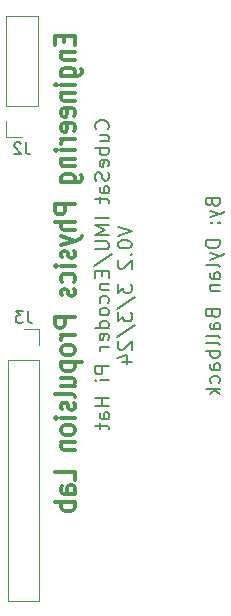
<source format=gbr>
%TF.GenerationSoftware,KiCad,Pcbnew,(6.0.5-0)*%
%TF.CreationDate,2024-03-03T23:29:24-05:00*%
%TF.ProjectId,CubeSat PCB V0.2,43756265-5361-4742-9050-43422056302e,rev?*%
%TF.SameCoordinates,Original*%
%TF.FileFunction,Legend,Bot*%
%TF.FilePolarity,Positive*%
%FSLAX46Y46*%
G04 Gerber Fmt 4.6, Leading zero omitted, Abs format (unit mm)*
G04 Created by KiCad (PCBNEW (6.0.5-0)) date 2024-03-03 23:29:24*
%MOMM*%
%LPD*%
G01*
G04 APERTURE LIST*
%ADD10C,0.200000*%
%ADD11C,0.300000*%
%ADD12C,0.150000*%
%ADD13C,0.120000*%
G04 APERTURE END LIST*
D10*
X104014285Y-85264285D02*
X104071428Y-85435714D01*
X104128571Y-85492857D01*
X104242857Y-85550000D01*
X104414285Y-85550000D01*
X104528571Y-85492857D01*
X104585714Y-85435714D01*
X104642857Y-85321428D01*
X104642857Y-84864285D01*
X103442857Y-84864285D01*
X103442857Y-85264285D01*
X103500000Y-85378571D01*
X103557142Y-85435714D01*
X103671428Y-85492857D01*
X103785714Y-85492857D01*
X103900000Y-85435714D01*
X103957142Y-85378571D01*
X104014285Y-85264285D01*
X104014285Y-84864285D01*
X103842857Y-85950000D02*
X104642857Y-86235714D01*
X103842857Y-86521428D02*
X104642857Y-86235714D01*
X104928571Y-86121428D01*
X104985714Y-86064285D01*
X105042857Y-85950000D01*
X104528571Y-86978571D02*
X104585714Y-87035714D01*
X104642857Y-86978571D01*
X104585714Y-86921428D01*
X104528571Y-86978571D01*
X104642857Y-86978571D01*
X103900000Y-86978571D02*
X103957142Y-87035714D01*
X104014285Y-86978571D01*
X103957142Y-86921428D01*
X103900000Y-86978571D01*
X104014285Y-86978571D01*
X104642857Y-88464285D02*
X103442857Y-88464285D01*
X103442857Y-88750000D01*
X103500000Y-88921428D01*
X103614285Y-89035714D01*
X103728571Y-89092857D01*
X103957142Y-89150000D01*
X104128571Y-89150000D01*
X104357142Y-89092857D01*
X104471428Y-89035714D01*
X104585714Y-88921428D01*
X104642857Y-88750000D01*
X104642857Y-88464285D01*
X103842857Y-89550000D02*
X104642857Y-89835714D01*
X103842857Y-90121428D02*
X104642857Y-89835714D01*
X104928571Y-89721428D01*
X104985714Y-89664285D01*
X105042857Y-89550000D01*
X104642857Y-90750000D02*
X104585714Y-90635714D01*
X104471428Y-90578571D01*
X103442857Y-90578571D01*
X104642857Y-91721428D02*
X104014285Y-91721428D01*
X103900000Y-91664285D01*
X103842857Y-91550000D01*
X103842857Y-91321428D01*
X103900000Y-91207142D01*
X104585714Y-91721428D02*
X104642857Y-91607142D01*
X104642857Y-91321428D01*
X104585714Y-91207142D01*
X104471428Y-91150000D01*
X104357142Y-91150000D01*
X104242857Y-91207142D01*
X104185714Y-91321428D01*
X104185714Y-91607142D01*
X104128571Y-91721428D01*
X103842857Y-92292857D02*
X104642857Y-92292857D01*
X103957142Y-92292857D02*
X103900000Y-92350000D01*
X103842857Y-92464285D01*
X103842857Y-92635714D01*
X103900000Y-92750000D01*
X104014285Y-92807142D01*
X104642857Y-92807142D01*
X104014285Y-94692857D02*
X104071428Y-94864285D01*
X104128571Y-94921428D01*
X104242857Y-94978571D01*
X104414285Y-94978571D01*
X104528571Y-94921428D01*
X104585714Y-94864285D01*
X104642857Y-94750000D01*
X104642857Y-94292857D01*
X103442857Y-94292857D01*
X103442857Y-94692857D01*
X103500000Y-94807142D01*
X103557142Y-94864285D01*
X103671428Y-94921428D01*
X103785714Y-94921428D01*
X103900000Y-94864285D01*
X103957142Y-94807142D01*
X104014285Y-94692857D01*
X104014285Y-94292857D01*
X104642857Y-96007142D02*
X104014285Y-96007142D01*
X103900000Y-95950000D01*
X103842857Y-95835714D01*
X103842857Y-95607142D01*
X103900000Y-95492857D01*
X104585714Y-96007142D02*
X104642857Y-95892857D01*
X104642857Y-95607142D01*
X104585714Y-95492857D01*
X104471428Y-95435714D01*
X104357142Y-95435714D01*
X104242857Y-95492857D01*
X104185714Y-95607142D01*
X104185714Y-95892857D01*
X104128571Y-96007142D01*
X104642857Y-96750000D02*
X104585714Y-96635714D01*
X104471428Y-96578571D01*
X103442857Y-96578571D01*
X104642857Y-97378571D02*
X104585714Y-97264285D01*
X104471428Y-97207142D01*
X103442857Y-97207142D01*
X104642857Y-97835714D02*
X103442857Y-97835714D01*
X103900000Y-97835714D02*
X103842857Y-97950000D01*
X103842857Y-98178571D01*
X103900000Y-98292857D01*
X103957142Y-98350000D01*
X104071428Y-98407142D01*
X104414285Y-98407142D01*
X104528571Y-98350000D01*
X104585714Y-98292857D01*
X104642857Y-98178571D01*
X104642857Y-97950000D01*
X104585714Y-97835714D01*
X104642857Y-99435714D02*
X104014285Y-99435714D01*
X103900000Y-99378571D01*
X103842857Y-99264285D01*
X103842857Y-99035714D01*
X103900000Y-98921428D01*
X104585714Y-99435714D02*
X104642857Y-99321428D01*
X104642857Y-99035714D01*
X104585714Y-98921428D01*
X104471428Y-98864285D01*
X104357142Y-98864285D01*
X104242857Y-98921428D01*
X104185714Y-99035714D01*
X104185714Y-99321428D01*
X104128571Y-99435714D01*
X104585714Y-100521428D02*
X104642857Y-100407142D01*
X104642857Y-100178571D01*
X104585714Y-100064285D01*
X104528571Y-100007142D01*
X104414285Y-99950000D01*
X104071428Y-99950000D01*
X103957142Y-100007142D01*
X103900000Y-100064285D01*
X103842857Y-100178571D01*
X103842857Y-100407142D01*
X103900000Y-100521428D01*
X104642857Y-101035714D02*
X103442857Y-101035714D01*
X104185714Y-101150000D02*
X104642857Y-101492857D01*
X103842857Y-101492857D02*
X104300000Y-101035714D01*
X95162571Y-79067857D02*
X95219714Y-79010714D01*
X95276857Y-78839285D01*
X95276857Y-78725000D01*
X95219714Y-78553571D01*
X95105428Y-78439285D01*
X94991142Y-78382142D01*
X94762571Y-78325000D01*
X94591142Y-78325000D01*
X94362571Y-78382142D01*
X94248285Y-78439285D01*
X94134000Y-78553571D01*
X94076857Y-78725000D01*
X94076857Y-78839285D01*
X94134000Y-79010714D01*
X94191142Y-79067857D01*
X94476857Y-80096428D02*
X95276857Y-80096428D01*
X94476857Y-79582142D02*
X95105428Y-79582142D01*
X95219714Y-79639285D01*
X95276857Y-79753571D01*
X95276857Y-79925000D01*
X95219714Y-80039285D01*
X95162571Y-80096428D01*
X95276857Y-80667857D02*
X94076857Y-80667857D01*
X94534000Y-80667857D02*
X94476857Y-80782142D01*
X94476857Y-81010714D01*
X94534000Y-81125000D01*
X94591142Y-81182142D01*
X94705428Y-81239285D01*
X95048285Y-81239285D01*
X95162571Y-81182142D01*
X95219714Y-81125000D01*
X95276857Y-81010714D01*
X95276857Y-80782142D01*
X95219714Y-80667857D01*
X95219714Y-82210714D02*
X95276857Y-82096428D01*
X95276857Y-81867857D01*
X95219714Y-81753571D01*
X95105428Y-81696428D01*
X94648285Y-81696428D01*
X94534000Y-81753571D01*
X94476857Y-81867857D01*
X94476857Y-82096428D01*
X94534000Y-82210714D01*
X94648285Y-82267857D01*
X94762571Y-82267857D01*
X94876857Y-81696428D01*
X95219714Y-82725000D02*
X95276857Y-82896428D01*
X95276857Y-83182142D01*
X95219714Y-83296428D01*
X95162571Y-83353571D01*
X95048285Y-83410714D01*
X94934000Y-83410714D01*
X94819714Y-83353571D01*
X94762571Y-83296428D01*
X94705428Y-83182142D01*
X94648285Y-82953571D01*
X94591142Y-82839285D01*
X94534000Y-82782142D01*
X94419714Y-82725000D01*
X94305428Y-82725000D01*
X94191142Y-82782142D01*
X94134000Y-82839285D01*
X94076857Y-82953571D01*
X94076857Y-83239285D01*
X94134000Y-83410714D01*
X95276857Y-84439285D02*
X94648285Y-84439285D01*
X94534000Y-84382142D01*
X94476857Y-84267857D01*
X94476857Y-84039285D01*
X94534000Y-83925000D01*
X95219714Y-84439285D02*
X95276857Y-84325000D01*
X95276857Y-84039285D01*
X95219714Y-83925000D01*
X95105428Y-83867857D01*
X94991142Y-83867857D01*
X94876857Y-83925000D01*
X94819714Y-84039285D01*
X94819714Y-84325000D01*
X94762571Y-84439285D01*
X94476857Y-84839285D02*
X94476857Y-85296428D01*
X94076857Y-85010714D02*
X95105428Y-85010714D01*
X95219714Y-85067857D01*
X95276857Y-85182142D01*
X95276857Y-85296428D01*
X95276857Y-86610714D02*
X94076857Y-86610714D01*
X95276857Y-87182142D02*
X94076857Y-87182142D01*
X94934000Y-87582142D01*
X94076857Y-87982142D01*
X95276857Y-87982142D01*
X94076857Y-88553571D02*
X95048285Y-88553571D01*
X95162571Y-88610714D01*
X95219714Y-88667857D01*
X95276857Y-88782142D01*
X95276857Y-89010714D01*
X95219714Y-89125000D01*
X95162571Y-89182142D01*
X95048285Y-89239285D01*
X94076857Y-89239285D01*
X94019714Y-90667857D02*
X95562571Y-89639285D01*
X94648285Y-91067857D02*
X94648285Y-91467857D01*
X95276857Y-91639285D02*
X95276857Y-91067857D01*
X94076857Y-91067857D01*
X94076857Y-91639285D01*
X94476857Y-92153571D02*
X95276857Y-92153571D01*
X94591142Y-92153571D02*
X94534000Y-92210714D01*
X94476857Y-92325000D01*
X94476857Y-92496428D01*
X94534000Y-92610714D01*
X94648285Y-92667857D01*
X95276857Y-92667857D01*
X95219714Y-93753571D02*
X95276857Y-93639285D01*
X95276857Y-93410714D01*
X95219714Y-93296428D01*
X95162571Y-93239285D01*
X95048285Y-93182142D01*
X94705428Y-93182142D01*
X94591142Y-93239285D01*
X94534000Y-93296428D01*
X94476857Y-93410714D01*
X94476857Y-93639285D01*
X94534000Y-93753571D01*
X95276857Y-94439285D02*
X95219714Y-94325000D01*
X95162571Y-94267857D01*
X95048285Y-94210714D01*
X94705428Y-94210714D01*
X94591142Y-94267857D01*
X94534000Y-94325000D01*
X94476857Y-94439285D01*
X94476857Y-94610714D01*
X94534000Y-94725000D01*
X94591142Y-94782142D01*
X94705428Y-94839285D01*
X95048285Y-94839285D01*
X95162571Y-94782142D01*
X95219714Y-94725000D01*
X95276857Y-94610714D01*
X95276857Y-94439285D01*
X95276857Y-95867857D02*
X94076857Y-95867857D01*
X95219714Y-95867857D02*
X95276857Y-95753571D01*
X95276857Y-95525000D01*
X95219714Y-95410714D01*
X95162571Y-95353571D01*
X95048285Y-95296428D01*
X94705428Y-95296428D01*
X94591142Y-95353571D01*
X94534000Y-95410714D01*
X94476857Y-95525000D01*
X94476857Y-95753571D01*
X94534000Y-95867857D01*
X95219714Y-96896428D02*
X95276857Y-96782142D01*
X95276857Y-96553571D01*
X95219714Y-96439285D01*
X95105428Y-96382142D01*
X94648285Y-96382142D01*
X94534000Y-96439285D01*
X94476857Y-96553571D01*
X94476857Y-96782142D01*
X94534000Y-96896428D01*
X94648285Y-96953571D01*
X94762571Y-96953571D01*
X94876857Y-96382142D01*
X95276857Y-97467857D02*
X94476857Y-97467857D01*
X94705428Y-97467857D02*
X94591142Y-97525000D01*
X94534000Y-97582142D01*
X94476857Y-97696428D01*
X94476857Y-97810714D01*
X95276857Y-99125000D02*
X94076857Y-99125000D01*
X94076857Y-99582142D01*
X94134000Y-99696428D01*
X94191142Y-99753571D01*
X94305428Y-99810714D01*
X94476857Y-99810714D01*
X94591142Y-99753571D01*
X94648285Y-99696428D01*
X94705428Y-99582142D01*
X94705428Y-99125000D01*
X95276857Y-100325000D02*
X94476857Y-100325000D01*
X94076857Y-100325000D02*
X94134000Y-100267857D01*
X94191142Y-100325000D01*
X94134000Y-100382142D01*
X94076857Y-100325000D01*
X94191142Y-100325000D01*
X95276857Y-101810714D02*
X94076857Y-101810714D01*
X94648285Y-101810714D02*
X94648285Y-102496428D01*
X95276857Y-102496428D02*
X94076857Y-102496428D01*
X95276857Y-103582142D02*
X94648285Y-103582142D01*
X94534000Y-103525000D01*
X94476857Y-103410714D01*
X94476857Y-103182142D01*
X94534000Y-103067857D01*
X95219714Y-103582142D02*
X95276857Y-103467857D01*
X95276857Y-103182142D01*
X95219714Y-103067857D01*
X95105428Y-103010714D01*
X94991142Y-103010714D01*
X94876857Y-103067857D01*
X94819714Y-103182142D01*
X94819714Y-103467857D01*
X94762571Y-103582142D01*
X94476857Y-103982142D02*
X94476857Y-104439285D01*
X94076857Y-104153571D02*
X95105428Y-104153571D01*
X95219714Y-104210714D01*
X95276857Y-104325000D01*
X95276857Y-104439285D01*
X96008857Y-87325000D02*
X97208857Y-87725000D01*
X96008857Y-88125000D01*
X96008857Y-88753571D02*
X96008857Y-88867857D01*
X96066000Y-88982142D01*
X96123142Y-89039285D01*
X96237428Y-89096428D01*
X96466000Y-89153571D01*
X96751714Y-89153571D01*
X96980285Y-89096428D01*
X97094571Y-89039285D01*
X97151714Y-88982142D01*
X97208857Y-88867857D01*
X97208857Y-88753571D01*
X97151714Y-88639285D01*
X97094571Y-88582142D01*
X96980285Y-88525000D01*
X96751714Y-88467857D01*
X96466000Y-88467857D01*
X96237428Y-88525000D01*
X96123142Y-88582142D01*
X96066000Y-88639285D01*
X96008857Y-88753571D01*
X97094571Y-89667857D02*
X97151714Y-89725000D01*
X97208857Y-89667857D01*
X97151714Y-89610714D01*
X97094571Y-89667857D01*
X97208857Y-89667857D01*
X96123142Y-90182142D02*
X96066000Y-90239285D01*
X96008857Y-90353571D01*
X96008857Y-90639285D01*
X96066000Y-90753571D01*
X96123142Y-90810714D01*
X96237428Y-90867857D01*
X96351714Y-90867857D01*
X96523142Y-90810714D01*
X97208857Y-90125000D01*
X97208857Y-90867857D01*
X96008857Y-92182142D02*
X96008857Y-92925000D01*
X96466000Y-92525000D01*
X96466000Y-92696428D01*
X96523142Y-92810714D01*
X96580285Y-92867857D01*
X96694571Y-92925000D01*
X96980285Y-92925000D01*
X97094571Y-92867857D01*
X97151714Y-92810714D01*
X97208857Y-92696428D01*
X97208857Y-92353571D01*
X97151714Y-92239285D01*
X97094571Y-92182142D01*
X95951714Y-94296428D02*
X97494571Y-93267857D01*
X96008857Y-94582142D02*
X96008857Y-95325000D01*
X96466000Y-94925000D01*
X96466000Y-95096428D01*
X96523142Y-95210714D01*
X96580285Y-95267857D01*
X96694571Y-95325000D01*
X96980285Y-95325000D01*
X97094571Y-95267857D01*
X97151714Y-95210714D01*
X97208857Y-95096428D01*
X97208857Y-94753571D01*
X97151714Y-94639285D01*
X97094571Y-94582142D01*
X95951714Y-96696428D02*
X97494571Y-95667857D01*
X96123142Y-97039285D02*
X96066000Y-97096428D01*
X96008857Y-97210714D01*
X96008857Y-97496428D01*
X96066000Y-97610714D01*
X96123142Y-97667857D01*
X96237428Y-97725000D01*
X96351714Y-97725000D01*
X96523142Y-97667857D01*
X97208857Y-96982142D01*
X97208857Y-97725000D01*
X96408857Y-98753571D02*
X97208857Y-98753571D01*
X95951714Y-98467857D02*
X96808857Y-98182142D01*
X96808857Y-98925000D01*
D11*
X91500000Y-71214285D02*
X91500000Y-71714285D01*
X92416666Y-71928571D02*
X92416666Y-71214285D01*
X90666666Y-71214285D01*
X90666666Y-71928571D01*
X91250000Y-72571428D02*
X92416666Y-72571428D01*
X91416666Y-72571428D02*
X91333333Y-72642857D01*
X91250000Y-72785714D01*
X91250000Y-73000000D01*
X91333333Y-73142857D01*
X91500000Y-73214285D01*
X92416666Y-73214285D01*
X91250000Y-74571428D02*
X92666666Y-74571428D01*
X92833333Y-74500000D01*
X92916666Y-74428571D01*
X93000000Y-74285714D01*
X93000000Y-74071428D01*
X92916666Y-73928571D01*
X92333333Y-74571428D02*
X92416666Y-74428571D01*
X92416666Y-74142857D01*
X92333333Y-74000000D01*
X92250000Y-73928571D01*
X92083333Y-73857142D01*
X91583333Y-73857142D01*
X91416666Y-73928571D01*
X91333333Y-74000000D01*
X91250000Y-74142857D01*
X91250000Y-74428571D01*
X91333333Y-74571428D01*
X92416666Y-75285714D02*
X91250000Y-75285714D01*
X90666666Y-75285714D02*
X90750000Y-75214285D01*
X90833333Y-75285714D01*
X90750000Y-75357142D01*
X90666666Y-75285714D01*
X90833333Y-75285714D01*
X91250000Y-76000000D02*
X92416666Y-76000000D01*
X91416666Y-76000000D02*
X91333333Y-76071428D01*
X91250000Y-76214285D01*
X91250000Y-76428571D01*
X91333333Y-76571428D01*
X91500000Y-76642857D01*
X92416666Y-76642857D01*
X92333333Y-77928571D02*
X92416666Y-77785714D01*
X92416666Y-77500000D01*
X92333333Y-77357142D01*
X92166666Y-77285714D01*
X91500000Y-77285714D01*
X91333333Y-77357142D01*
X91250000Y-77500000D01*
X91250000Y-77785714D01*
X91333333Y-77928571D01*
X91500000Y-78000000D01*
X91666666Y-78000000D01*
X91833333Y-77285714D01*
X92333333Y-79214285D02*
X92416666Y-79071428D01*
X92416666Y-78785714D01*
X92333333Y-78642857D01*
X92166666Y-78571428D01*
X91500000Y-78571428D01*
X91333333Y-78642857D01*
X91250000Y-78785714D01*
X91250000Y-79071428D01*
X91333333Y-79214285D01*
X91500000Y-79285714D01*
X91666666Y-79285714D01*
X91833333Y-78571428D01*
X92416666Y-79928571D02*
X91250000Y-79928571D01*
X91583333Y-79928571D02*
X91416666Y-80000000D01*
X91333333Y-80071428D01*
X91250000Y-80214285D01*
X91250000Y-80357142D01*
X92416666Y-80857142D02*
X91250000Y-80857142D01*
X90666666Y-80857142D02*
X90750000Y-80785714D01*
X90833333Y-80857142D01*
X90750000Y-80928571D01*
X90666666Y-80857142D01*
X90833333Y-80857142D01*
X91250000Y-81571428D02*
X92416666Y-81571428D01*
X91416666Y-81571428D02*
X91333333Y-81642857D01*
X91250000Y-81785714D01*
X91250000Y-82000000D01*
X91333333Y-82142857D01*
X91500000Y-82214285D01*
X92416666Y-82214285D01*
X91250000Y-83571428D02*
X92666666Y-83571428D01*
X92833333Y-83500000D01*
X92916666Y-83428571D01*
X93000000Y-83285714D01*
X93000000Y-83071428D01*
X92916666Y-82928571D01*
X92333333Y-83571428D02*
X92416666Y-83428571D01*
X92416666Y-83142857D01*
X92333333Y-83000000D01*
X92250000Y-82928571D01*
X92083333Y-82857142D01*
X91583333Y-82857142D01*
X91416666Y-82928571D01*
X91333333Y-83000000D01*
X91250000Y-83142857D01*
X91250000Y-83428571D01*
X91333333Y-83571428D01*
X92416666Y-85428571D02*
X90666666Y-85428571D01*
X90666666Y-86000000D01*
X90750000Y-86142857D01*
X90833333Y-86214285D01*
X91000000Y-86285714D01*
X91250000Y-86285714D01*
X91416666Y-86214285D01*
X91500000Y-86142857D01*
X91583333Y-86000000D01*
X91583333Y-85428571D01*
X92416666Y-86928571D02*
X90666666Y-86928571D01*
X92416666Y-87571428D02*
X91500000Y-87571428D01*
X91333333Y-87500000D01*
X91250000Y-87357142D01*
X91250000Y-87142857D01*
X91333333Y-87000000D01*
X91416666Y-86928571D01*
X91250000Y-88142857D02*
X92416666Y-88500000D01*
X91250000Y-88857142D02*
X92416666Y-88500000D01*
X92833333Y-88357142D01*
X92916666Y-88285714D01*
X93000000Y-88142857D01*
X92333333Y-89357142D02*
X92416666Y-89500000D01*
X92416666Y-89785714D01*
X92333333Y-89928571D01*
X92166666Y-90000000D01*
X92083333Y-90000000D01*
X91916666Y-89928571D01*
X91833333Y-89785714D01*
X91833333Y-89571428D01*
X91750000Y-89428571D01*
X91583333Y-89357142D01*
X91500000Y-89357142D01*
X91333333Y-89428571D01*
X91250000Y-89571428D01*
X91250000Y-89785714D01*
X91333333Y-89928571D01*
X92416666Y-90642857D02*
X91250000Y-90642857D01*
X90666666Y-90642857D02*
X90750000Y-90571428D01*
X90833333Y-90642857D01*
X90750000Y-90714285D01*
X90666666Y-90642857D01*
X90833333Y-90642857D01*
X92333333Y-92000000D02*
X92416666Y-91857142D01*
X92416666Y-91571428D01*
X92333333Y-91428571D01*
X92250000Y-91357142D01*
X92083333Y-91285714D01*
X91583333Y-91285714D01*
X91416666Y-91357142D01*
X91333333Y-91428571D01*
X91250000Y-91571428D01*
X91250000Y-91857142D01*
X91333333Y-92000000D01*
X92333333Y-92571428D02*
X92416666Y-92714285D01*
X92416666Y-93000000D01*
X92333333Y-93142857D01*
X92166666Y-93214285D01*
X92083333Y-93214285D01*
X91916666Y-93142857D01*
X91833333Y-93000000D01*
X91833333Y-92785714D01*
X91750000Y-92642857D01*
X91583333Y-92571428D01*
X91500000Y-92571428D01*
X91333333Y-92642857D01*
X91250000Y-92785714D01*
X91250000Y-93000000D01*
X91333333Y-93142857D01*
X92416666Y-95000000D02*
X90666666Y-95000000D01*
X90666666Y-95571428D01*
X90750000Y-95714285D01*
X90833333Y-95785714D01*
X91000000Y-95857142D01*
X91250000Y-95857142D01*
X91416666Y-95785714D01*
X91500000Y-95714285D01*
X91583333Y-95571428D01*
X91583333Y-95000000D01*
X92416666Y-96500000D02*
X91250000Y-96500000D01*
X91583333Y-96500000D02*
X91416666Y-96571428D01*
X91333333Y-96642857D01*
X91250000Y-96785714D01*
X91250000Y-96928571D01*
X92416666Y-97642857D02*
X92333333Y-97500000D01*
X92250000Y-97428571D01*
X92083333Y-97357142D01*
X91583333Y-97357142D01*
X91416666Y-97428571D01*
X91333333Y-97500000D01*
X91250000Y-97642857D01*
X91250000Y-97857142D01*
X91333333Y-98000000D01*
X91416666Y-98071428D01*
X91583333Y-98142857D01*
X92083333Y-98142857D01*
X92250000Y-98071428D01*
X92333333Y-98000000D01*
X92416666Y-97857142D01*
X92416666Y-97642857D01*
X91250000Y-98785714D02*
X93000000Y-98785714D01*
X91333333Y-98785714D02*
X91250000Y-98928571D01*
X91250000Y-99214285D01*
X91333333Y-99357142D01*
X91416666Y-99428571D01*
X91583333Y-99500000D01*
X92083333Y-99500000D01*
X92250000Y-99428571D01*
X92333333Y-99357142D01*
X92416666Y-99214285D01*
X92416666Y-98928571D01*
X92333333Y-98785714D01*
X91250000Y-100785714D02*
X92416666Y-100785714D01*
X91250000Y-100142857D02*
X92166666Y-100142857D01*
X92333333Y-100214285D01*
X92416666Y-100357142D01*
X92416666Y-100571428D01*
X92333333Y-100714285D01*
X92250000Y-100785714D01*
X92416666Y-101714285D02*
X92333333Y-101571428D01*
X92166666Y-101500000D01*
X90666666Y-101500000D01*
X92333333Y-102214285D02*
X92416666Y-102357142D01*
X92416666Y-102642857D01*
X92333333Y-102785714D01*
X92166666Y-102857142D01*
X92083333Y-102857142D01*
X91916666Y-102785714D01*
X91833333Y-102642857D01*
X91833333Y-102428571D01*
X91750000Y-102285714D01*
X91583333Y-102214285D01*
X91500000Y-102214285D01*
X91333333Y-102285714D01*
X91250000Y-102428571D01*
X91250000Y-102642857D01*
X91333333Y-102785714D01*
X92416666Y-103500000D02*
X91250000Y-103500000D01*
X90666666Y-103500000D02*
X90750000Y-103428571D01*
X90833333Y-103500000D01*
X90750000Y-103571428D01*
X90666666Y-103500000D01*
X90833333Y-103500000D01*
X92416666Y-104428571D02*
X92333333Y-104285714D01*
X92250000Y-104214285D01*
X92083333Y-104142857D01*
X91583333Y-104142857D01*
X91416666Y-104214285D01*
X91333333Y-104285714D01*
X91250000Y-104428571D01*
X91250000Y-104642857D01*
X91333333Y-104785714D01*
X91416666Y-104857142D01*
X91583333Y-104928571D01*
X92083333Y-104928571D01*
X92250000Y-104857142D01*
X92333333Y-104785714D01*
X92416666Y-104642857D01*
X92416666Y-104428571D01*
X91250000Y-105571428D02*
X92416666Y-105571428D01*
X91416666Y-105571428D02*
X91333333Y-105642857D01*
X91250000Y-105785714D01*
X91250000Y-106000000D01*
X91333333Y-106142857D01*
X91500000Y-106214285D01*
X92416666Y-106214285D01*
X92416666Y-108785714D02*
X92416666Y-108071428D01*
X90666666Y-108071428D01*
X92416666Y-109928571D02*
X91500000Y-109928571D01*
X91333333Y-109857142D01*
X91250000Y-109714285D01*
X91250000Y-109428571D01*
X91333333Y-109285714D01*
X92333333Y-109928571D02*
X92416666Y-109785714D01*
X92416666Y-109428571D01*
X92333333Y-109285714D01*
X92166666Y-109214285D01*
X92000000Y-109214285D01*
X91833333Y-109285714D01*
X91750000Y-109428571D01*
X91750000Y-109785714D01*
X91666666Y-109928571D01*
X92416666Y-110642857D02*
X90666666Y-110642857D01*
X91333333Y-110642857D02*
X91250000Y-110785714D01*
X91250000Y-111071428D01*
X91333333Y-111214285D01*
X91416666Y-111285714D01*
X91583333Y-111357142D01*
X92083333Y-111357142D01*
X92250000Y-111285714D01*
X92333333Y-111214285D01*
X92416666Y-111071428D01*
X92416666Y-110785714D01*
X92333333Y-110642857D01*
D12*
%TO.C,J2*%
X88233333Y-80182380D02*
X88233333Y-80896666D01*
X88280952Y-81039523D01*
X88376190Y-81134761D01*
X88519047Y-81182380D01*
X88614285Y-81182380D01*
X87804761Y-80277619D02*
X87757142Y-80230000D01*
X87661904Y-80182380D01*
X87423809Y-80182380D01*
X87328571Y-80230000D01*
X87280952Y-80277619D01*
X87233333Y-80372857D01*
X87233333Y-80468095D01*
X87280952Y-80610952D01*
X87852380Y-81182380D01*
X87233333Y-81182380D01*
%TO.C,J3*%
X88383333Y-94452380D02*
X88383333Y-95166666D01*
X88430952Y-95309523D01*
X88526190Y-95404761D01*
X88669047Y-95452380D01*
X88764285Y-95452380D01*
X88002380Y-94452380D02*
X87383333Y-94452380D01*
X87716666Y-94833333D01*
X87573809Y-94833333D01*
X87478571Y-94880952D01*
X87430952Y-94928571D01*
X87383333Y-95023809D01*
X87383333Y-95261904D01*
X87430952Y-95357142D01*
X87478571Y-95404761D01*
X87573809Y-95452380D01*
X87859523Y-95452380D01*
X87954761Y-95404761D01*
X88002380Y-95357142D01*
D13*
%TO.C,J2*%
X86570000Y-77130000D02*
X86570000Y-69450000D01*
X86570000Y-77130000D02*
X89230000Y-77130000D01*
X86570000Y-79730000D02*
X87900000Y-79730000D01*
X86570000Y-78400000D02*
X86570000Y-79730000D01*
X89230000Y-77130000D02*
X89230000Y-69450000D01*
X86570000Y-69450000D02*
X89230000Y-69450000D01*
%TO.C,J3*%
X89380000Y-118980000D02*
X86720000Y-118980000D01*
X89380000Y-98600000D02*
X86720000Y-98600000D01*
X86720000Y-98600000D02*
X86720000Y-118980000D01*
X89380000Y-97330000D02*
X89380000Y-96000000D01*
X89380000Y-98600000D02*
X89380000Y-118980000D01*
X89380000Y-96000000D02*
X88050000Y-96000000D01*
%TD*%
M02*

</source>
